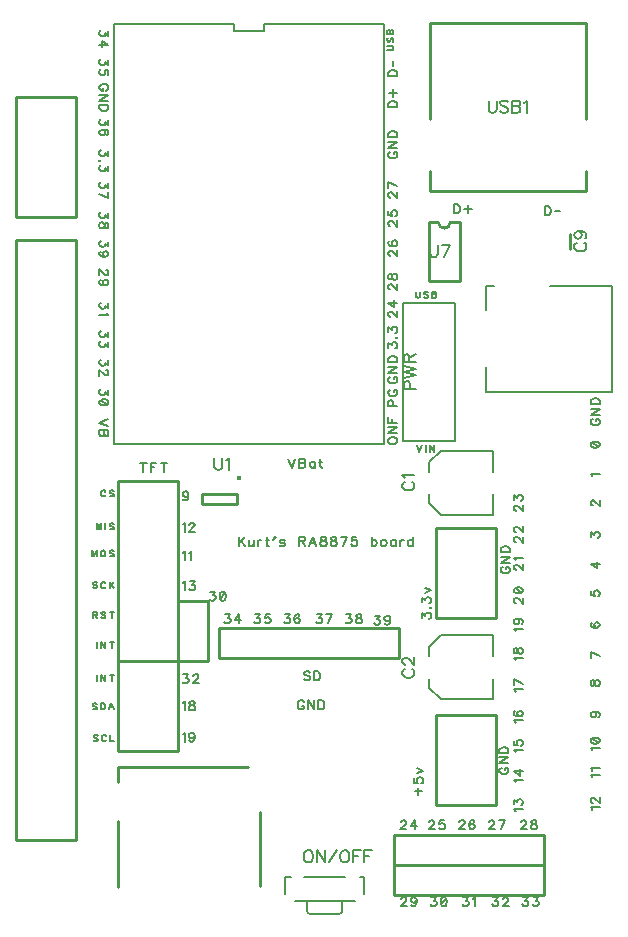
<source format=gto>
G04 DipTrace 3.3.1.3*
G04 T4RA8875TouchShieldcastellated.gto*
%MOIN*%
G04 #@! TF.FileFunction,Legend,Top*
G04 #@! TF.Part,Single*
%ADD10C,0.009843*%
%ADD16C,0.008*%
%ADD34C,0.005*%
%ADD35C,0.015401*%
%ADD18C,0.007*%
%ADD95C,0.006176*%
%FSLAX26Y26*%
G04*
G70*
G90*
G75*
G01*
G04 TopSilk*
%LPD*%
X2007460Y1954952D2*
D16*
Y1886207D1*
Y1811193D2*
Y1742448D1*
X1832450D1*
X1794940Y1779955D1*
Y1811193D1*
X2007460Y1954952D2*
X1832450D1*
X1794940Y1917445D1*
Y1886207D1*
X2007460Y1339952D2*
Y1271207D1*
Y1196193D2*
Y1127448D1*
X1832450D1*
X1794940Y1164955D1*
Y1196193D1*
X2007460Y1339952D2*
X1832450D1*
X1794940Y1302445D1*
Y1271207D1*
X2265060Y2679271D2*
D10*
Y2628129D1*
X1983699Y2505855D2*
D16*
Y2423167D1*
X2404973Y2505855D2*
X2196322D1*
X1983699D2*
X2011247D1*
X2404973Y2151535D2*
X1983699D1*
Y2234223D1*
X2404973Y2151535D2*
Y2505855D1*
X1093700Y1263700D2*
D10*
X1693700D1*
X1093700Y1363700D2*
X1693700D1*
X1093700Y1263700D2*
Y1363700D1*
X1693700Y1263700D2*
Y1363700D1*
X756695Y501714D2*
Y722864D1*
Y851337D2*
Y902334D1*
X1190600D1*
X1229270Y750324D2*
Y503185D1*
X2176472Y575928D2*
Y675928D1*
X1676472Y575928D2*
X2176472D1*
X1676472Y675928D2*
X2176472D1*
X1676472Y575928D2*
Y675928D1*
X2176472Y475928D2*
Y575928D1*
X1676472Y475928D2*
X2176472D1*
X1676472Y575928D2*
X2176472D1*
X1676472Y475928D2*
Y575928D1*
X758700Y1145400D2*
Y953700D1*
Y1253700D2*
Y953700D1*
X958700Y1253700D2*
Y953700D1*
X758700Y1253700D2*
X958700D1*
X758700Y953700D2*
X958700D1*
X758700Y1853700D2*
Y1253700D1*
X958700D1*
Y1853700D2*
Y1253700D1*
X758700Y1853700D2*
X958700D1*
X418700Y658850D2*
X618700D1*
X418700Y2658850D2*
X618700D1*
Y658850D1*
X418700Y2658850D2*
Y658850D1*
Y3134399D2*
Y2734399D1*
X618700Y3134399D2*
Y2734399D1*
X418700Y3134399D2*
X618700D1*
X418700Y2734399D2*
X618700D1*
X1058700Y1453700D2*
X958700D1*
X1058700Y1253700D2*
Y1453700D1*
Y1253700D2*
X958700D1*
Y1453700D1*
X1346199Y453698D2*
D34*
X1546201D1*
X1577435Y478703D2*
Y534945D1*
X1564935D1*
X1514934D2*
X1377466D1*
X1387188Y451699D2*
Y421696D1*
G03X1397201Y411700I10011J16D01*
G01*
X1495199D1*
G03X1505212Y421696I2J10012D01*
G01*
Y451699D1*
X1333699Y534945D2*
X1314965D1*
Y478703D1*
X2018700Y1507000D2*
D10*
Y1698700D1*
Y1398700D2*
Y1698700D1*
X1818700Y1398700D2*
Y1698700D1*
X2018700Y1398700D2*
X1818700D1*
X2018700Y1698700D2*
X1818700D1*
X2018700Y882000D2*
Y1073700D1*
Y773700D2*
Y1073700D1*
X1818700Y773700D2*
Y1073700D1*
X2018700Y773700D2*
X1818700D1*
X2018700Y1073700D2*
X1818700D1*
X1879330Y2447637D2*
D16*
X1708070D1*
Y1989763D1*
X1879330D1*
Y2447637D1*
D35*
X1160614Y1865325D3*
X1155351Y1811260D2*
D10*
X1037243D1*
X1155351Y1779769D2*
X1037243D1*
Y1811260D2*
Y1779769D1*
X1155351Y1811260D2*
Y1779769D1*
X1143673Y3353640D2*
D16*
X1243666D1*
Y3378700D1*
X1643730D1*
Y1978700D1*
X743699D1*
Y3378700D1*
X1143673D1*
Y3353640D1*
X1793811Y2717127D2*
D10*
Y2520273D1*
X1896187Y2717127D2*
Y2520273D1*
X1793811D2*
X1896187D1*
X1825305Y2717127D2*
X1793811D1*
X1864694D2*
X1896187D1*
X1825305D2*
G03X1864694Y2717127I19694J9D01*
G01*
X2315725Y2820275D2*
X1796085D1*
Y3380117D2*
Y3062015D1*
Y2888800D2*
Y2821059D1*
Y3380117D2*
X2315725D1*
Y3062015D1*
Y2888800D2*
Y2821059D1*
X1714672Y1852075D2*
D95*
X1710870Y1850174D1*
X1707023Y1846327D1*
X1705122Y1842524D1*
Y1834875D1*
X1707023Y1831028D1*
X1710870Y1827226D1*
X1714672Y1825280D1*
X1720420Y1823379D1*
X1730015D1*
X1735719Y1825280D1*
X1739566Y1827226D1*
X1743368Y1831028D1*
X1745314Y1834875D1*
Y1842524D1*
X1743368Y1846327D1*
X1739566Y1850174D1*
X1735719Y1852075D1*
X1712815Y1864426D2*
X1710870Y1868273D1*
X1705166Y1874021D1*
X1745314D1*
X1714672Y1228475D2*
X1710870Y1226574D1*
X1707023Y1222727D1*
X1705122Y1218924D1*
Y1211275D1*
X1707023Y1207428D1*
X1710870Y1203626D1*
X1714672Y1201680D1*
X1720420Y1199779D1*
X1730015D1*
X1735719Y1201680D1*
X1739566Y1203626D1*
X1743368Y1207428D1*
X1745314Y1211275D1*
Y1218924D1*
X1743368Y1222727D1*
X1739566Y1226574D1*
X1735719Y1228475D1*
X1714716Y1242772D2*
X1712815D1*
X1708968Y1244673D1*
X1707067Y1246574D1*
X1705166Y1250421D1*
Y1258070D1*
X1707067Y1261873D1*
X1708968Y1263774D1*
X1712815Y1265720D1*
X1716618D1*
X1720464Y1263774D1*
X1726168Y1259972D1*
X1745314Y1240826D1*
Y1267621D1*
X2288177Y2649426D2*
X2284375Y2647524D1*
X2280528Y2643678D1*
X2278627Y2639875D1*
Y2632226D1*
X2280528Y2628379D1*
X2284375Y2624577D1*
X2288177Y2622631D1*
X2293925Y2620730D1*
X2303520D1*
X2309224Y2622631D1*
X2313071Y2624577D1*
X2316873Y2628379D1*
X2318819Y2632226D1*
Y2639875D1*
X2316873Y2643678D1*
X2313071Y2647524D1*
X2309224Y2649426D1*
X2292024Y2686670D2*
X2297772Y2684725D1*
X2301619Y2680922D1*
X2303520Y2675174D1*
Y2673273D1*
X2301619Y2667525D1*
X2297772Y2663723D1*
X2292024Y2661777D1*
X2290123D1*
X2284375Y2663723D1*
X2280572Y2667525D1*
X2278671Y2673273D1*
Y2675174D1*
X2280572Y2680922D1*
X2284375Y2684725D1*
X2292024Y2686670D1*
X2301619D1*
X2311169Y2684725D1*
X2316917Y2680922D1*
X2318819Y2675174D1*
Y2671372D1*
X2316917Y2665624D1*
X2313071Y2663722D1*
X1388283Y623528D2*
X1384436Y621627D1*
X1380634Y617780D1*
X1378688Y613977D1*
X1376787Y608229D1*
Y598634D1*
X1378688Y592931D1*
X1380634Y589084D1*
X1384436Y585281D1*
X1388283Y583336D1*
X1395932D1*
X1399735Y585281D1*
X1403582Y589084D1*
X1405483Y592931D1*
X1407384Y598634D1*
Y608229D1*
X1405483Y613977D1*
X1403582Y617780D1*
X1399735Y621627D1*
X1395932Y623528D1*
X1388283D1*
X1446530D2*
Y583336D1*
X1419735Y623528D1*
Y583336D1*
X1458882D2*
X1485676Y623484D1*
X1509524Y623528D2*
X1505677Y621627D1*
X1501874Y617780D1*
X1499929Y613977D1*
X1498028Y608229D1*
Y598634D1*
X1499929Y592931D1*
X1501874Y589084D1*
X1505677Y585281D1*
X1509524Y583336D1*
X1517173D1*
X1520976Y585281D1*
X1524822Y589084D1*
X1526724Y592931D1*
X1528625Y598634D1*
Y608229D1*
X1526724Y613977D1*
X1524822Y617780D1*
X1520976Y621627D1*
X1517173Y623528D1*
X1509524D1*
X1565870D2*
X1540976D1*
Y583336D1*
Y604382D2*
X1556275D1*
X1603114Y623528D2*
X1578221D1*
Y583336D1*
Y604382D2*
X1593520D1*
X1730538Y2160409D2*
Y2177653D1*
X1728637Y2183357D1*
X1726692Y2185302D1*
X1722889Y2187203D1*
X1717141D1*
X1713338Y2185302D1*
X1711393Y2183357D1*
X1709492Y2177653D1*
Y2160409D1*
X1749684D1*
X1709492Y2199555D2*
X1749684Y2209149D1*
X1709492Y2218700D1*
X1749684Y2228251D1*
X1709492Y2237845D1*
X1728637Y2250197D2*
Y2267397D1*
X1726692Y2273145D1*
X1724790Y2275090D1*
X1720988Y2276991D1*
X1717141D1*
X1713338Y2275090D1*
X1711393Y2273145D1*
X1709492Y2267397D1*
Y2250197D1*
X1749684D1*
X1728637Y2263594D2*
X1749684Y2276991D1*
X1078408Y1931601D2*
Y1902905D1*
X1080310Y1897157D1*
X1084156Y1893355D1*
X1089904Y1891409D1*
X1093707D1*
X1099455Y1893355D1*
X1103302Y1897157D1*
X1105203Y1902905D1*
Y1931601D1*
X1117554Y1923908D2*
X1121401Y1925853D1*
X1127149Y1931557D1*
Y1891409D1*
X1797029Y2641206D2*
Y2612510D1*
X1798930Y2606762D1*
X1802777Y2602959D1*
X1808525Y2601014D1*
X1812327D1*
X1818075Y2602959D1*
X1821922Y2606762D1*
X1823824Y2612510D1*
Y2641206D1*
X1843824Y2601014D2*
X1862970Y2641162D1*
X1836175D1*
X1992388Y3122702D2*
Y3094006D1*
X1994290Y3088258D1*
X1998136Y3084455D1*
X2003884Y3082510D1*
X2007687D1*
X2013435Y3084455D1*
X2017282Y3088258D1*
X2019183Y3094006D1*
Y3122702D1*
X2058329Y3116954D2*
X2054526Y3120801D1*
X2048778Y3122702D1*
X2041129D1*
X2035381Y3120801D1*
X2031534Y3116954D1*
Y3113151D1*
X2033480Y3109304D1*
X2035381Y3107403D1*
X2039184Y3105502D1*
X2050680Y3101655D1*
X2054526Y3099754D1*
X2056428Y3097808D1*
X2058329Y3094006D1*
Y3088258D1*
X2054526Y3084455D1*
X2048778Y3082510D1*
X2041129D1*
X2035381Y3084455D1*
X2031534Y3088258D1*
X2070680Y3122702D2*
Y3082510D1*
X2087924D1*
X2093672Y3084455D1*
X2095574Y3086357D1*
X2097475Y3090159D1*
Y3095907D1*
X2095574Y3099754D1*
X2093672Y3101655D1*
X2087924Y3103556D1*
X2093672Y3105502D1*
X2095574Y3107403D1*
X2097475Y3111206D1*
Y3115053D1*
X2095574Y3118855D1*
X2093672Y3120801D1*
X2087924Y3122702D1*
X2070680D1*
Y3103556D2*
X2087924D1*
X2109826Y3115008D2*
X2113673Y3116954D1*
X2119421Y3122658D1*
Y3082510D1*
X1159907Y1668271D2*
D18*
Y1638127D1*
X1180003Y1668271D2*
X1159907Y1648175D1*
X1167070Y1655371D2*
X1180003Y1638127D1*
X1194003Y1658223D2*
Y1643864D1*
X1195429Y1639586D1*
X1198314Y1638127D1*
X1202625D1*
X1205477Y1639586D1*
X1209788Y1643864D1*
Y1658223D2*
Y1638127D1*
X1223788Y1658223D2*
Y1638127D1*
Y1649601D2*
X1225247Y1653912D1*
X1228099Y1656797D1*
X1230984Y1658223D1*
X1235295D1*
X1253606Y1668271D2*
Y1643864D1*
X1255032Y1639586D1*
X1257917Y1638127D1*
X1260769D1*
X1249295Y1658223D2*
X1259343D1*
X1281965Y1668238D2*
X1274769Y1659616D1*
X1283391Y1666812D1*
X1281965Y1668238D1*
X1313176Y1653912D2*
X1311750Y1656797D1*
X1307439Y1658223D1*
X1303128D1*
X1298817Y1656797D1*
X1297391Y1653912D1*
X1298817Y1651060D1*
X1301702Y1649601D1*
X1308865Y1648175D1*
X1311750Y1646749D1*
X1313176Y1643864D1*
Y1642438D1*
X1311750Y1639586D1*
X1307439Y1638127D1*
X1303128D1*
X1298817Y1639586D1*
X1297391Y1642438D1*
X1361073Y1653912D2*
X1373973D1*
X1378284Y1655371D1*
X1379744Y1656797D1*
X1381169Y1659649D1*
Y1662534D1*
X1379744Y1665386D1*
X1378284Y1666845D1*
X1373973Y1668271D1*
X1361073D1*
Y1638127D1*
X1371121Y1653912D2*
X1381169Y1638127D1*
X1418151D2*
X1406643Y1668271D1*
X1395169Y1638127D1*
X1399480Y1648175D2*
X1413840D1*
X1439313Y1668238D2*
X1435036Y1666812D1*
X1433576Y1663960D1*
Y1661075D1*
X1435036Y1658223D1*
X1437888Y1656764D1*
X1443624Y1655338D1*
X1447936Y1653912D1*
X1450787Y1651027D1*
X1452213Y1648175D1*
Y1643864D1*
X1450787Y1641012D1*
X1449361Y1639553D1*
X1445050Y1638127D1*
X1439313D1*
X1435036Y1639553D1*
X1433576Y1641012D1*
X1432151Y1643864D1*
Y1648175D1*
X1433576Y1651027D1*
X1436462Y1653912D1*
X1440739Y1655338D1*
X1446476Y1656764D1*
X1449361Y1658223D1*
X1450787Y1661075D1*
Y1663960D1*
X1449361Y1666812D1*
X1445050Y1668238D1*
X1439313D1*
X1473376D2*
X1469098Y1666812D1*
X1467639Y1663960D1*
Y1661075D1*
X1469098Y1658223D1*
X1471950Y1656764D1*
X1477687Y1655338D1*
X1481998Y1653912D1*
X1484850Y1651027D1*
X1486276Y1648175D1*
Y1643864D1*
X1484850Y1641012D1*
X1483424Y1639553D1*
X1479113Y1638127D1*
X1473376D1*
X1469098Y1639553D1*
X1467639Y1641012D1*
X1466213Y1643864D1*
Y1648175D1*
X1467639Y1651027D1*
X1470524Y1653912D1*
X1474802Y1655338D1*
X1480539Y1656764D1*
X1483424Y1658223D1*
X1484850Y1661075D1*
Y1663960D1*
X1483424Y1666812D1*
X1479113Y1668238D1*
X1473376D1*
X1506013Y1638127D2*
X1520372Y1668238D1*
X1500276D1*
X1551583D2*
X1537257D1*
X1535831Y1655338D1*
X1537257Y1656764D1*
X1541568Y1658223D1*
X1545846D1*
X1550157Y1656764D1*
X1553042Y1653912D1*
X1554468Y1649601D1*
Y1646749D1*
X1553042Y1642438D1*
X1550157Y1639553D1*
X1545846Y1638127D1*
X1541568D1*
X1537257Y1639553D1*
X1535831Y1641012D1*
X1534372Y1643864D1*
X1602365Y1668271D2*
Y1638127D1*
Y1653912D2*
X1605250Y1656797D1*
X1608102Y1658223D1*
X1612413D1*
X1615265Y1656797D1*
X1618150Y1653912D1*
X1619576Y1649601D1*
Y1646749D1*
X1618150Y1642438D1*
X1615265Y1639586D1*
X1612413Y1638127D1*
X1608102D1*
X1605250Y1639586D1*
X1602365Y1642438D1*
X1640739Y1658223D2*
X1637887Y1656797D1*
X1635002Y1653912D1*
X1633576Y1649601D1*
Y1646749D1*
X1635002Y1642438D1*
X1637887Y1639586D1*
X1640739Y1638127D1*
X1645050D1*
X1647935Y1639586D1*
X1650787Y1642438D1*
X1652246Y1646749D1*
Y1649601D1*
X1650787Y1653912D1*
X1647935Y1656797D1*
X1645050Y1658223D1*
X1640739D1*
X1683457D2*
Y1638127D1*
Y1653912D2*
X1680605Y1656797D1*
X1677720Y1658223D1*
X1673442D1*
X1670557Y1656797D1*
X1667705Y1653912D1*
X1666246Y1649601D1*
Y1646749D1*
X1667705Y1642438D1*
X1670557Y1639586D1*
X1673442Y1638127D1*
X1677720D1*
X1680605Y1639586D1*
X1683457Y1642438D1*
X1697457Y1658223D2*
Y1638127D1*
Y1649601D2*
X1698916Y1653912D1*
X1701768Y1656797D1*
X1704653Y1658223D1*
X1708964D1*
X1740175Y1668271D2*
Y1638127D1*
Y1653912D2*
X1737323Y1656797D1*
X1734438Y1658223D1*
X1730127D1*
X1727275Y1656797D1*
X1724390Y1653912D1*
X1722964Y1649601D1*
Y1646749D1*
X1724390Y1642438D1*
X1727275Y1639586D1*
X1730127Y1638127D1*
X1734438D1*
X1737323Y1639586D1*
X1740175Y1642438D1*
X1745700Y819796D2*
X1771533D1*
X1758633Y806896D2*
Y832729D1*
X1743561Y863939D2*
Y849614D1*
X1756461Y848188D1*
X1755035Y849614D1*
X1753576Y853925D1*
Y858203D1*
X1755035Y862514D1*
X1757887Y865399D1*
X1762198Y866825D1*
X1765050D1*
X1769361Y865399D1*
X1772246Y862514D1*
X1773672Y858202D1*
Y853925D1*
X1772246Y849614D1*
X1770787Y848188D1*
X1767935Y846729D1*
X1753576Y880825D2*
X1773672Y889447D1*
X1753576Y898035D1*
X2039959Y1568481D2*
X2037107Y1567055D1*
X2034222Y1564170D1*
X2032796Y1561318D1*
Y1555581D1*
X2034222Y1552696D1*
X2037107Y1549844D1*
X2039958Y1548385D1*
X2044270Y1546959D1*
X2051466D1*
X2055743Y1548385D1*
X2058629Y1549844D1*
X2061480Y1552696D1*
X2062940Y1555581D1*
Y1561318D1*
X2061480Y1564170D1*
X2058629Y1567055D1*
X2055744Y1568481D1*
X2051466D1*
Y1561318D1*
X2032796Y1602577D2*
X2062940Y1602576D1*
X2032796Y1582481D1*
X2062940Y1582480D1*
X2032796Y1616577D2*
X2062940Y1616576D1*
Y1626624D1*
X2061480Y1630936D1*
X2058629Y1633821D1*
X2055743Y1635247D1*
X2051466Y1636672D1*
X2044270Y1636673D1*
X2039959Y1635247D1*
X2037107Y1633821D1*
X2034222Y1630936D1*
X2032796Y1626625D1*
Y1616577D1*
X2035745Y899162D2*
X2032893Y897736D1*
X2030008Y894851D1*
X2028582Y891999D1*
Y886262D1*
X2030008Y883377D1*
X2032893Y880525D1*
X2035745Y879066D1*
X2040056Y877640D1*
X2047252D1*
X2051530Y879066D1*
X2054415Y880525D1*
X2057267Y883377D1*
X2058726Y886262D1*
Y891999D1*
X2057267Y894851D1*
X2054415Y897736D1*
X2051530Y899162D1*
X2047252D1*
Y891999D1*
X2028582Y933258D2*
X2058726D1*
X2028582Y913162D1*
X2058726D1*
X2028582Y947258D2*
X2058726D1*
Y957306D1*
X2057267Y961617D1*
X2054415Y964502D1*
X2051530Y965928D1*
X2047252Y967354D1*
X2040056D1*
X2035745Y965928D1*
X2032893Y964502D1*
X2030008Y961617D1*
X2028582Y957306D1*
Y947258D1*
X1770414Y1399123D2*
Y1414875D1*
X1781888Y1406286D1*
Y1410597D1*
X1783314Y1413449D1*
X1784740Y1414875D1*
X1789051Y1416334D1*
X1791903D1*
X1796214Y1414875D1*
X1799099Y1412023D1*
X1800525Y1407712D1*
Y1403401D1*
X1799099Y1399123D1*
X1797640Y1397697D1*
X1794788Y1396238D1*
X1797640Y1431760D2*
X1799099Y1430334D1*
X1800525Y1431760D1*
X1799099Y1433219D1*
X1797640Y1431760D1*
X1770414Y1450104D2*
Y1465856D1*
X1781888Y1457267D1*
Y1461578D1*
X1783314Y1464430D1*
X1784740Y1465856D1*
X1789051Y1467315D1*
X1791903D1*
X1796214Y1465856D1*
X1799099Y1463004D1*
X1800525Y1458693D1*
Y1454382D1*
X1799099Y1450104D1*
X1797640Y1448678D1*
X1794788Y1447219D1*
X1780429Y1481315D2*
X1800525Y1489937D1*
X1780429Y1498526D1*
X2362921Y1578539D2*
X2332810D1*
X2352873Y1564180D1*
Y1585702D1*
X2332810Y1487559D2*
Y1473233D1*
X2345710Y1471808D1*
X2344284Y1473233D1*
X2342825Y1477545D1*
Y1481822D1*
X2344284Y1486133D1*
X2347136Y1489018D1*
X2351447Y1490444D1*
X2354299D1*
X2358610Y1489018D1*
X2361495Y1486133D1*
X2362921Y1481822D1*
Y1477544D1*
X2361495Y1473233D1*
X2360036Y1471808D1*
X2357184Y1470348D1*
X2337088Y1382688D2*
X2334236Y1381262D1*
X2332810Y1376951D1*
Y1374099D1*
X2334236Y1369788D1*
X2338547Y1366903D1*
X2345710Y1365477D1*
X2352873D1*
X2358610Y1366903D1*
X2361495Y1369788D1*
X2362921Y1374099D1*
Y1375525D1*
X2361495Y1379803D1*
X2358610Y1382688D1*
X2354299Y1384114D1*
X2352873D1*
X2348562Y1382688D1*
X2345710Y1379803D1*
X2344284Y1375525D1*
Y1374099D1*
X2345710Y1369788D1*
X2348562Y1366903D1*
X2352873Y1365477D1*
X2362921Y1271131D2*
X2332810Y1285490D1*
Y1265394D1*
Y1178758D2*
X2334236Y1174480D1*
X2337088Y1173021D1*
X2339973D1*
X2342825Y1174480D1*
X2344284Y1177332D1*
X2345710Y1183069D1*
X2347136Y1187380D1*
X2350021Y1190232D1*
X2352873Y1191658D1*
X2357184D1*
X2360036Y1190232D1*
X2361495Y1188806D1*
X2362921Y1184495D1*
Y1178758D1*
X2361495Y1174480D1*
X2360036Y1173021D1*
X2357184Y1171595D1*
X2352873D1*
X2350021Y1173021D1*
X2347136Y1175906D1*
X2345710Y1180184D1*
X2344284Y1185921D1*
X2342825Y1188806D1*
X2339973Y1190232D1*
X2337088D1*
X2334236Y1188806D1*
X2332810Y1184495D1*
Y1178758D1*
X2342825Y1085360D2*
X2347136Y1083901D1*
X2350021Y1081049D1*
X2351447Y1076738D1*
Y1075312D1*
X2350021Y1071001D1*
X2347136Y1068149D1*
X2342825Y1066690D1*
X2341399D1*
X2337088Y1068149D1*
X2334236Y1071001D1*
X2332810Y1075312D1*
Y1076738D1*
X2334236Y1081049D1*
X2337088Y1083901D1*
X2342825Y1085360D1*
X2350021D1*
X2357184Y1083900D1*
X2361495Y1081049D1*
X2362921Y1076738D1*
Y1073886D1*
X2361495Y1069575D1*
X2358610Y1068149D1*
X2338547Y957910D2*
X2337088Y960795D1*
X2332810Y965106D1*
X2362921D1*
X2332810Y987728D2*
X2334236Y983417D1*
X2338547Y980532D1*
X2345710Y979106D1*
X2350021D1*
X2357184Y980532D1*
X2361495Y983417D1*
X2362921Y987728D1*
Y990580D1*
X2361495Y994891D1*
X2357184Y997743D1*
X2350021Y999202D1*
X2345710D1*
X2338547Y997743D1*
X2334236Y994891D1*
X2332810Y990580D1*
Y987728D1*
X2338547Y997743D2*
X2357184Y980532D1*
X2338547Y868280D2*
X2337088Y871165D1*
X2332810Y875476D1*
X2362921D1*
X2338547Y889476D2*
X2337088Y892361D1*
X2332810Y896672D1*
X2362921D1*
X2338547Y759501D2*
X2337088Y762386D1*
X2332810Y766697D1*
X2362921D1*
X2339973Y782156D2*
X2338547D1*
X2335662Y783582D1*
X2334236Y785008D1*
X2332810Y787893D1*
Y793630D1*
X2334236Y796482D1*
X2335662Y797908D1*
X2338547Y799367D1*
X2341399D1*
X2344284Y797908D1*
X2348562Y795056D1*
X2362921Y780697D1*
Y800793D1*
X2082311Y753251D2*
X2080852Y756136D1*
X2076574Y760447D1*
X2106685D1*
X2076574Y777332D2*
Y793084D1*
X2088048Y784495D1*
Y788806D1*
X2089474Y791658D1*
X2090900Y793084D1*
X2095211Y794543D1*
X2098063D1*
X2102374Y793084D1*
X2105259Y790232D1*
X2106685Y785921D1*
Y781610D1*
X2105259Y777332D1*
X2103800Y775906D1*
X2100948Y774447D1*
X2082311Y851549D2*
X2080852Y854434D1*
X2076574Y858745D1*
X2106685D1*
Y887104D2*
X2076574D1*
X2096637Y872745D1*
Y894267D1*
X1699948Y716568D2*
Y717994D1*
X1701374Y720879D1*
X1702800Y722305D1*
X1705685Y723731D1*
X1711422D1*
X1714274Y722305D1*
X1715700Y720879D1*
X1717159Y717994D1*
Y715143D1*
X1715700Y712257D1*
X1712848Y707980D1*
X1698489Y693621D1*
X1718585D1*
X1746944D2*
Y723731D1*
X1732585Y703669D1*
X1754107D1*
X1794401Y716568D2*
Y717994D1*
X1795827Y720879D1*
X1797252Y722305D1*
X1800138Y723731D1*
X1805875D1*
X1808726Y722305D1*
X1810152Y720879D1*
X1811612Y717994D1*
Y715143D1*
X1810152Y712257D1*
X1807300Y707980D1*
X1792941Y693621D1*
X1813037D1*
X1844248Y723731D2*
X1829923D1*
X1828497Y710831D1*
X1829923Y712257D1*
X1834234Y713717D1*
X1838511D1*
X1842822Y712257D1*
X1845708Y709406D1*
X1847133Y705095D1*
Y702243D1*
X1845708Y697932D1*
X1842822Y695047D1*
X1838511Y693621D1*
X1834234D1*
X1829923Y695047D1*
X1828497Y696506D1*
X1827037Y699358D1*
X1895120Y716568D2*
Y717994D1*
X1896546Y720879D1*
X1897972Y722305D1*
X1900857Y723731D1*
X1906594D1*
X1909446Y722305D1*
X1910872Y720879D1*
X1912331Y717994D1*
Y715143D1*
X1910872Y712257D1*
X1908020Y707980D1*
X1893661Y693621D1*
X1913757D1*
X1944968Y719454D2*
X1943542Y722305D1*
X1939231Y723731D1*
X1936379D1*
X1932068Y722305D1*
X1929183Y717994D1*
X1927757Y710831D1*
Y703669D1*
X1929183Y697932D1*
X1932068Y695047D1*
X1936379Y693621D1*
X1937805D1*
X1942082Y695047D1*
X1944968Y697932D1*
X1946394Y702243D1*
Y703669D1*
X1944968Y707980D1*
X1942082Y710831D1*
X1937805Y712257D1*
X1936379D1*
X1932068Y710831D1*
X1929183Y707980D1*
X1927757Y703669D1*
X1994380Y716568D2*
Y717994D1*
X1995806Y720879D1*
X1997231Y722305D1*
X2000117Y723731D1*
X2005854D1*
X2008705Y722305D1*
X2010131Y720879D1*
X2011591Y717994D1*
Y715143D1*
X2010131Y712257D1*
X2007279Y707980D1*
X1992920Y693621D1*
X2013016D1*
X2032753D2*
X2047112Y723731D1*
X2027016D1*
X1908514Y467495D2*
X1924266D1*
X1915677Y456021D1*
X1919988D1*
X1922840Y454595D1*
X1924266Y453169D1*
X1925725Y448858D1*
Y446006D1*
X1924266Y441695D1*
X1921414Y438810D1*
X1917103Y437384D1*
X1912792D1*
X1908514Y438810D1*
X1907088Y440269D1*
X1905629Y443121D1*
X1939725Y461758D2*
X1942610Y463217D1*
X1946921Y467495D1*
Y437384D1*
X2008304Y467495D2*
X2024056D1*
X2015467Y456021D1*
X2019778D1*
X2022630Y454595D1*
X2024056Y453169D1*
X2025515Y448858D1*
Y446006D1*
X2024056Y441695D1*
X2021204Y438810D1*
X2016893Y437384D1*
X2012582D1*
X2008304Y438810D1*
X2006878Y440269D1*
X2005419Y443121D1*
X2040974Y460332D2*
Y461758D1*
X2042400Y464643D1*
X2043826Y466069D1*
X2046711Y467495D1*
X2052448D1*
X2055300Y466069D1*
X2056726Y464643D1*
X2058185Y461758D1*
Y458906D1*
X2056726Y456021D1*
X2053874Y451743D1*
X2039515Y437384D1*
X2059611D1*
X2082311Y951272D2*
X2080852Y954157D1*
X2076574Y958468D1*
X2106685D1*
X2076574Y989679D2*
Y975353D1*
X2089474Y973927D1*
X2088048Y975353D1*
X2086589Y979664D1*
Y983942D1*
X2088048Y988253D1*
X2090900Y991138D1*
X2095211Y992564D1*
X2098063D1*
X2102374Y991138D1*
X2105259Y988253D1*
X2106685Y983942D1*
Y979664D1*
X2105259Y975353D1*
X2103800Y973927D1*
X2100948Y972468D1*
X2082311Y1049570D2*
X2080852Y1052455D1*
X2076574Y1056766D1*
X2106685D1*
X2080852Y1087977D2*
X2078000Y1086551D1*
X2076574Y1082240D1*
Y1079388D1*
X2078000Y1075077D1*
X2082311Y1072192D1*
X2089474Y1070766D1*
X2096637D1*
X2102374Y1072192D1*
X2105259Y1075077D1*
X2106685Y1079388D1*
Y1080814D1*
X2105259Y1085092D1*
X2102374Y1087977D1*
X2098063Y1089403D1*
X2096637D1*
X2092326Y1087977D1*
X2089474Y1085092D1*
X2088048Y1080814D1*
Y1079388D1*
X2089474Y1075077D1*
X2092326Y1072192D1*
X2096637Y1070766D1*
X2082311Y1152658D2*
X2080852Y1155543D1*
X2076574Y1159854D1*
X2106685D1*
Y1179591D2*
X2076574Y1193950D1*
Y1173854D1*
X2082311Y1257205D2*
X2080852Y1260090D1*
X2076574Y1264401D1*
X2106685D1*
X2076574Y1285564D2*
X2078000Y1281287D1*
X2080852Y1279827D1*
X2083737D1*
X2086589Y1281286D1*
X2088048Y1284138D1*
X2089474Y1289875D1*
X2090900Y1294186D1*
X2093785Y1297038D1*
X2096637Y1298464D1*
X2100948D1*
X2103800Y1297038D1*
X2105259Y1295612D1*
X2106685Y1291301D1*
Y1285564D1*
X2105259Y1281286D1*
X2103800Y1279827D1*
X2100948Y1278401D1*
X2096637D1*
X2093785Y1279827D1*
X2090900Y1282712D1*
X2089474Y1286990D1*
X2088048Y1292727D1*
X2086589Y1295612D1*
X2083737Y1297038D1*
X2080852D1*
X2078000Y1295612D1*
X2076574Y1291301D1*
Y1285564D1*
X2082311Y1355469D2*
X2080852Y1358354D1*
X2076574Y1362665D1*
X2106685D1*
X2086589Y1395335D2*
X2090900Y1393876D1*
X2093785Y1391024D1*
X2095211Y1386713D1*
Y1385287D1*
X2093785Y1380976D1*
X2090900Y1378124D1*
X2086589Y1376665D1*
X2085163D1*
X2080852Y1378124D1*
X2078000Y1380976D1*
X2076574Y1385287D1*
Y1386713D1*
X2078000Y1391024D1*
X2080852Y1393876D1*
X2086589Y1395335D1*
X2093785D1*
X2100948Y1393876D1*
X2105259Y1391024D1*
X2106685Y1386713D1*
Y1383861D1*
X2105259Y1379550D1*
X2102374Y1378124D1*
X2083737Y1447550D2*
X2082311D1*
X2079426Y1448976D1*
X2078000Y1450402D1*
X2076574Y1453287D1*
Y1459024D1*
X2078000Y1461876D1*
X2079426Y1463302D1*
X2082311Y1464761D1*
X2085163D1*
X2088048Y1463302D1*
X2092326Y1460450D1*
X2106685Y1446091D1*
Y1466187D1*
X2076574Y1488809D2*
X2078000Y1484498D1*
X2082311Y1481613D1*
X2089474Y1480187D1*
X2093785D1*
X2100948Y1481613D1*
X2105259Y1484498D1*
X2106685Y1488809D1*
Y1491661D1*
X2105259Y1495972D1*
X2100948Y1498824D1*
X2093785Y1500283D1*
X2089474D1*
X2082311Y1498824D1*
X2078000Y1495972D1*
X2076574Y1491661D1*
Y1488809D1*
X2082311Y1498824D2*
X2100948Y1481613D1*
X2083737Y1558747D2*
X2082311D1*
X2079426Y1560173D1*
X2078000Y1561599D1*
X2076574Y1564484D1*
Y1570221D1*
X2078000Y1573073D1*
X2079426Y1574499D1*
X2082311Y1575958D1*
X2085163D1*
X2088048Y1574499D1*
X2092326Y1571647D1*
X2106685Y1557288D1*
Y1577384D1*
X2082311Y1591384D2*
X2080852Y1594269D1*
X2076574Y1598580D1*
X2106685D1*
X2083737Y1650796D2*
X2082311D1*
X2079426Y1652222D1*
X2078000Y1653648D1*
X2076574Y1656533D1*
Y1662270D1*
X2078000Y1665122D1*
X2079426Y1666548D1*
X2082311Y1668007D1*
X2085163D1*
X2088048Y1666548D1*
X2092326Y1663696D1*
X2106685Y1649337D1*
Y1669433D1*
X2083737Y1684892D2*
X2082311D1*
X2079426Y1686318D1*
X2078000Y1687744D1*
X2076574Y1690629D1*
Y1696366D1*
X2078000Y1699218D1*
X2079426Y1700643D1*
X2082311Y1702103D1*
X2085163D1*
X2088048Y1700643D1*
X2092326Y1697792D1*
X2106685Y1683432D1*
Y1703528D1*
X1749968Y2486413D2*
Y2472065D1*
X1750918Y2469191D1*
X1752842Y2467290D1*
X1755716Y2466317D1*
X1757617D1*
X1760491Y2467290D1*
X1762414Y2469191D1*
X1763365Y2472065D1*
Y2486413D1*
X1790762Y2483539D2*
X1788861Y2485463D1*
X1785987Y2486413D1*
X1782162D1*
X1779288Y2485463D1*
X1777365Y2483539D1*
Y2481638D1*
X1778338Y2479715D1*
X1779288Y2478764D1*
X1781190Y2477813D1*
X1786938Y2475890D1*
X1788861Y2474939D1*
X1789812Y2473967D1*
X1790762Y2472065D1*
Y2469191D1*
X1788861Y2467290D1*
X1785987Y2466317D1*
X1782162D1*
X1779288Y2467290D1*
X1777365Y2469191D1*
X1804762Y2486413D2*
Y2466317D1*
X1813384D1*
X1816258Y2467290D1*
X1817209Y2468241D1*
X1818160Y2470142D1*
Y2473016D1*
X1817209Y2474939D1*
X1816258Y2475890D1*
X1813384Y2476841D1*
X1816258Y2477813D1*
X1817209Y2478764D1*
X1818160Y2480665D1*
Y2482589D1*
X1817209Y2484490D1*
X1816258Y2485463D1*
X1813384Y2486413D1*
X1804762D1*
Y2476841D2*
X1813384D1*
X2108294Y467495D2*
X2124046D1*
X2115457Y456021D1*
X2119768D1*
X2122620Y454595D1*
X2124046Y453169D1*
X2125505Y448858D1*
Y446006D1*
X2124046Y441695D1*
X2121194Y438810D1*
X2116883Y437384D1*
X2112572D1*
X2108294Y438810D1*
X2106868Y440269D1*
X2105409Y443121D1*
X2142390Y467495D2*
X2158142D1*
X2149553Y456021D1*
X2153864D1*
X2156716Y454595D1*
X2158142Y453169D1*
X2159601Y448858D1*
Y446006D1*
X2158142Y441695D1*
X2155290Y438810D1*
X2150979Y437384D1*
X2146668D1*
X2142390Y438810D1*
X2140964Y440269D1*
X2139505Y443121D1*
X2100635Y716568D2*
Y717994D1*
X2102061Y720879D1*
X2103487Y722305D1*
X2106372Y723731D1*
X2112109D1*
X2114961Y722305D1*
X2116387Y720879D1*
X2117846Y717994D1*
Y715143D1*
X2116387Y712257D1*
X2113535Y707980D1*
X2099176Y693621D1*
X2119272D1*
X2140435Y723731D2*
X2136157Y722305D1*
X2134698Y719454D1*
Y716568D1*
X2136157Y713717D1*
X2139009Y712257D1*
X2144746Y710831D1*
X2149057Y709406D1*
X2151909Y706520D1*
X2153335Y703669D1*
Y699358D1*
X2151909Y696506D1*
X2150483Y695047D1*
X2146172Y693621D1*
X2140435D1*
X2136157Y695047D1*
X2134698Y696506D1*
X2133272Y699358D1*
Y703669D1*
X2134698Y706520D1*
X2137583Y709406D1*
X2141861Y710831D1*
X2147598Y712257D1*
X2150483Y713717D1*
X2151909Y716568D1*
Y719454D1*
X2150483Y722305D1*
X2146172Y723731D1*
X2140435D1*
X1701373Y460332D2*
Y461758D1*
X1702799Y464643D1*
X1704225Y466069D1*
X1707110Y467495D1*
X1712847D1*
X1715699Y466069D1*
X1717125Y464643D1*
X1718584Y461758D1*
Y458906D1*
X1717125Y456021D1*
X1714273Y451743D1*
X1699914Y437384D1*
X1720010D1*
X1752680Y457480D2*
X1751221Y453169D1*
X1748369Y450284D1*
X1744058Y448858D1*
X1742632D1*
X1738321Y450284D1*
X1735469Y453169D1*
X1734010Y457480D1*
Y458906D1*
X1735469Y463217D1*
X1738321Y466069D1*
X1742632Y467495D1*
X1744058D1*
X1748369Y466069D1*
X1751221Y463217D1*
X1752680Y457480D1*
Y450284D1*
X1751221Y443121D1*
X1748369Y438810D1*
X1744058Y437384D1*
X1741206D1*
X1736895Y438810D1*
X1735469Y441695D1*
X1802076Y467495D2*
X1817828D1*
X1809239Y456021D1*
X1813550D1*
X1816402Y454595D1*
X1817828Y453169D1*
X1819287Y448858D1*
Y446006D1*
X1817828Y441695D1*
X1814976Y438810D1*
X1810665Y437384D1*
X1806354D1*
X1802076Y438810D1*
X1800650Y440269D1*
X1799191Y443121D1*
X1841909Y467495D2*
X1837598Y466069D1*
X1834713Y461758D1*
X1833287Y454595D1*
Y450284D1*
X1834713Y443121D1*
X1837598Y438810D1*
X1841909Y437384D1*
X1844761D1*
X1849072Y438810D1*
X1851924Y443121D1*
X1853383Y450284D1*
Y454595D1*
X1851924Y461758D1*
X1849072Y466069D1*
X1844761Y467495D1*
X1841909D1*
X1851924Y461758D2*
X1834713Y443121D1*
X2083737Y1755743D2*
X2082311D1*
X2079426Y1757169D1*
X2078000Y1758595D1*
X2076574Y1761480D1*
Y1767217D1*
X2078000Y1770069D1*
X2079426Y1771495D1*
X2082311Y1772954D1*
X2085163D1*
X2088048Y1771495D1*
X2092326Y1768643D1*
X2106685Y1754284D1*
Y1774380D1*
X2076574Y1791265D2*
Y1807017D1*
X2088048Y1798428D1*
Y1802739D1*
X2089474Y1805591D1*
X2090900Y1807017D1*
X2095211Y1808476D1*
X2098063D1*
X2102374Y1807017D1*
X2105259Y1804165D1*
X2106685Y1799854D1*
Y1795543D1*
X2105259Y1791265D1*
X2103800Y1789839D1*
X2100948Y1788380D1*
X1754242Y1973152D2*
X1761891Y1953056D1*
X1769541Y1973152D1*
X1783541D2*
Y1953056D1*
X1810938Y1973152D2*
Y1953056D1*
X1797541Y1973152D1*
Y1953056D1*
X2332810Y1668573D2*
Y1684325D1*
X2344284Y1675736D1*
Y1680047D1*
X2345710Y1682899D1*
X2347136Y1684325D1*
X2351447Y1685784D1*
X2354299D1*
X2358610Y1684325D1*
X2361495Y1681473D1*
X2362921Y1677162D1*
Y1672851D1*
X2361495Y1668573D1*
X2360036Y1667147D1*
X2357184Y1665688D1*
X2339973Y1773478D2*
X2338547D1*
X2335662Y1774904D1*
X2334236Y1776330D1*
X2332810Y1779215D1*
Y1784952D1*
X2334236Y1787804D1*
X2335662Y1789230D1*
X2338547Y1790689D1*
X2341399D1*
X2344284Y1789230D1*
X2348562Y1786378D1*
X2362921Y1772019D1*
Y1792115D1*
X2338547Y1872100D2*
X2337088Y1874985D1*
X2332810Y1879296D1*
X2362921D1*
X2332810Y1974154D2*
X2334236Y1969843D1*
X2338547Y1966958D1*
X2345710Y1965532D1*
X2350021D1*
X2357184Y1966958D1*
X2361495Y1969843D1*
X2362921Y1974154D1*
Y1977006D1*
X2361495Y1981317D1*
X2357184Y1984169D1*
X2350021Y1985628D1*
X2345710D1*
X2338547Y1984169D1*
X2334236Y1981317D1*
X2332810Y1977006D1*
Y1974154D1*
X2338547Y1984169D2*
X2357184Y1966958D1*
X2339940Y2062138D2*
X2337088Y2060712D1*
X2334203Y2057827D1*
X2332777Y2054975D1*
Y2049238D1*
X2334203Y2046353D1*
X2337088Y2043501D1*
X2339940Y2042042D1*
X2344251Y2040616D1*
X2351447D1*
X2355725Y2042042D1*
X2358610Y2043501D1*
X2361462Y2046353D1*
X2362921Y2049238D1*
Y2054975D1*
X2361462Y2057827D1*
X2358610Y2060712D1*
X2355725Y2062138D1*
X2351447D1*
Y2054975D1*
X2332777Y2096234D2*
X2362921D1*
X2332777Y2076138D1*
X2362921D1*
X2332777Y2110234D2*
X2362921D1*
Y2120282D1*
X2361462Y2124593D1*
X2358610Y2127478D1*
X2355725Y2128904D1*
X2351447Y2130330D1*
X2344251D1*
X2339940Y2128904D1*
X2337088Y2127478D1*
X2334203Y2124593D1*
X2332777Y2120282D1*
Y2110234D1*
X1115081Y1410713D2*
X1130833D1*
X1122244Y1399239D1*
X1126555D1*
X1129407Y1397813D1*
X1130833Y1396387D1*
X1132292Y1392076D1*
Y1389224D1*
X1130833Y1384913D1*
X1127981Y1382028D1*
X1123670Y1380602D1*
X1119359D1*
X1115081Y1382028D1*
X1113655Y1383487D1*
X1112196Y1386339D1*
X1160651Y1380602D2*
Y1410713D1*
X1146292Y1390650D1*
X1167814D1*
X1214977Y1410713D2*
X1230729D1*
X1222140Y1399239D1*
X1226451D1*
X1229303Y1397813D1*
X1230729Y1396387D1*
X1232188Y1392076D1*
Y1389224D1*
X1230729Y1384913D1*
X1227877Y1382028D1*
X1223566Y1380602D1*
X1219255D1*
X1214977Y1382028D1*
X1213552Y1383487D1*
X1212092Y1386339D1*
X1263399Y1410713D2*
X1249073D1*
X1247648Y1397813D1*
X1249073Y1399239D1*
X1253384Y1400698D1*
X1257662D1*
X1261973Y1399239D1*
X1264858Y1396387D1*
X1266284Y1392076D1*
Y1389224D1*
X1264858Y1384913D1*
X1261973Y1382028D1*
X1257662Y1380602D1*
X1253384D1*
X1249073Y1382028D1*
X1247648Y1383487D1*
X1246188Y1386339D1*
X1313770Y1410713D2*
X1329522D1*
X1320933Y1399239D1*
X1325244D1*
X1328096Y1397813D1*
X1329522Y1396387D1*
X1330981Y1392076D1*
Y1389224D1*
X1329522Y1384913D1*
X1326670Y1382028D1*
X1322359Y1380602D1*
X1318048D1*
X1313770Y1382028D1*
X1312344Y1383487D1*
X1310885Y1386339D1*
X1362192Y1406435D2*
X1360766Y1409287D1*
X1356455Y1410713D1*
X1353603D1*
X1349292Y1409287D1*
X1346407Y1404976D1*
X1344981Y1397813D1*
Y1390650D1*
X1346407Y1384913D1*
X1349292Y1382028D1*
X1353603Y1380602D1*
X1355029D1*
X1359307Y1382028D1*
X1362192Y1384913D1*
X1363618Y1389224D1*
Y1390650D1*
X1362192Y1394961D1*
X1359307Y1397813D1*
X1355029Y1399239D1*
X1353603D1*
X1349292Y1397813D1*
X1346407Y1394961D1*
X1344981Y1390650D1*
X1419981Y1410713D2*
X1435733D1*
X1427144Y1399239D1*
X1431455D1*
X1434307Y1397813D1*
X1435733Y1396387D1*
X1437192Y1392076D1*
Y1389224D1*
X1435733Y1384913D1*
X1432881Y1382028D1*
X1428570Y1380602D1*
X1424259D1*
X1419981Y1382028D1*
X1418555Y1383487D1*
X1417096Y1386339D1*
X1456929Y1380602D2*
X1471288Y1410713D1*
X1451192D1*
X1518680D2*
X1534431D1*
X1525842Y1399239D1*
X1530154D1*
X1533005Y1397813D1*
X1534431Y1396387D1*
X1535890Y1392076D1*
Y1389224D1*
X1534431Y1384913D1*
X1531579Y1382028D1*
X1527268Y1380602D1*
X1522957D1*
X1518680Y1382028D1*
X1517254Y1383487D1*
X1515794Y1386339D1*
X1557053Y1410713D2*
X1552776Y1409287D1*
X1551316Y1406435D1*
Y1403550D1*
X1552776Y1400698D1*
X1555627Y1399239D1*
X1561364Y1397813D1*
X1565675Y1396387D1*
X1568527Y1393502D1*
X1569953Y1390650D1*
Y1386339D1*
X1568527Y1383487D1*
X1567101Y1382028D1*
X1562790Y1380602D1*
X1557053D1*
X1552776Y1382028D1*
X1551316Y1383487D1*
X1549890Y1386339D1*
Y1390650D1*
X1551316Y1393502D1*
X1554202Y1396387D1*
X1558479Y1397813D1*
X1564216Y1399239D1*
X1567101Y1400698D1*
X1568527Y1403550D1*
Y1406435D1*
X1567101Y1409287D1*
X1562790Y1410713D1*
X1557053D1*
X1614029Y1405713D2*
X1629780D1*
X1621192Y1394239D1*
X1625503D1*
X1628355Y1392813D1*
X1629780Y1391387D1*
X1631240Y1387076D1*
Y1384224D1*
X1629780Y1379913D1*
X1626929Y1377028D1*
X1622618Y1375602D1*
X1618307D1*
X1614029Y1377028D1*
X1612603Y1378487D1*
X1611144Y1381339D1*
X1663910Y1395698D2*
X1662451Y1391387D1*
X1659599Y1388502D1*
X1655288Y1387076D1*
X1653862D1*
X1649551Y1388502D1*
X1646699Y1391387D1*
X1645240Y1395698D1*
Y1397124D1*
X1646699Y1401435D1*
X1649551Y1404287D1*
X1653862Y1405713D1*
X1655288D1*
X1659599Y1404287D1*
X1662451Y1401435D1*
X1663910Y1395698D1*
Y1388502D1*
X1662451Y1381339D1*
X1659599Y1377028D1*
X1655288Y1375602D1*
X1652436D1*
X1648125Y1377028D1*
X1646699Y1379913D1*
X1397229Y1216443D2*
X1394377Y1219328D1*
X1390066Y1220754D1*
X1384329D1*
X1380018Y1219328D1*
X1377133Y1216443D1*
Y1213591D1*
X1378592Y1210706D1*
X1380018Y1209280D1*
X1382870Y1207854D1*
X1391492Y1204969D1*
X1394377Y1203543D1*
X1395803Y1202084D1*
X1397229Y1199232D1*
Y1194921D1*
X1394377Y1192069D1*
X1390066Y1190610D1*
X1384329D1*
X1380018Y1192069D1*
X1377133Y1194921D1*
X1411229Y1220754D2*
Y1190610D1*
X1421277D1*
X1425588Y1192069D1*
X1428473Y1194921D1*
X1429899Y1197806D1*
X1431325Y1202084D1*
Y1209280D1*
X1429899Y1213591D1*
X1428473Y1216443D1*
X1425588Y1219328D1*
X1421277Y1220754D1*
X1411229D1*
X2179948Y2770615D2*
Y2740471D1*
X2189996D1*
X2194307Y2741930D1*
X2197192Y2744782D1*
X2198618Y2747667D1*
X2200044Y2751945D1*
Y2759141D1*
X2198618Y2763452D1*
X2197192Y2766304D1*
X2194307Y2769189D1*
X2189996Y2770615D1*
X2179948D1*
X2214044Y2755526D2*
X2230625D1*
X1877460Y2777115D2*
Y2746971D1*
X1887508D1*
X1891819Y2748430D1*
X1894704Y2751282D1*
X1896130Y2754167D1*
X1897556Y2758445D1*
Y2765641D1*
X1896130Y2769952D1*
X1894704Y2772804D1*
X1891819Y2775689D1*
X1887508Y2777115D1*
X1877460D1*
X1924456Y2774943D2*
Y2749110D1*
X1911556Y2762010D2*
X1937389D1*
X842181Y1915754D2*
Y1885610D1*
X832133Y1915754D2*
X852229D1*
X884899D2*
X866229D1*
Y1885610D1*
Y1901395D2*
X877703D1*
X908947Y1915754D2*
Y1885610D1*
X898899Y1915754D2*
X918995D1*
X715430Y1818599D2*
X714479Y1820500D1*
X712556Y1822423D1*
X710655Y1823374D1*
X706830D1*
X704907Y1822423D1*
X703005Y1820500D1*
X702033Y1818599D1*
X701082Y1815725D1*
Y1810927D1*
X702033Y1808075D1*
X703005Y1806152D1*
X704907Y1804251D1*
X706830Y1803278D1*
X710655D1*
X712556Y1804251D1*
X714479Y1806152D1*
X715430Y1808075D1*
X742827Y1820500D2*
X740926Y1822423D1*
X738052Y1823374D1*
X734227D1*
X731353Y1822423D1*
X729430Y1820500D1*
Y1818599D1*
X730403Y1816675D1*
X731353Y1815725D1*
X733255Y1814774D1*
X739003Y1812851D1*
X740926Y1811900D1*
X741877Y1810927D1*
X742827Y1809026D1*
Y1806152D1*
X740926Y1804251D1*
X738052Y1803278D1*
X734227D1*
X731353Y1804251D1*
X729430Y1806152D1*
X686131Y1603278D2*
Y1623374D1*
X678482Y1603278D1*
X670833Y1623374D1*
Y1603278D1*
X705879Y1623374D2*
X703956Y1622423D1*
X702055Y1620500D1*
X701082Y1618599D1*
X700131Y1615725D1*
Y1610927D1*
X701082Y1608075D1*
X702055Y1606152D1*
X703956Y1604251D1*
X705879Y1603278D1*
X709704D1*
X711605Y1604251D1*
X713528Y1606152D1*
X714479Y1608075D1*
X715430Y1610927D1*
Y1615725D1*
X714479Y1618599D1*
X713528Y1620500D1*
X711605Y1622423D1*
X709704Y1623374D1*
X705879D1*
X742827Y1620500D2*
X740926Y1622423D1*
X738052Y1623374D1*
X734227D1*
X731353Y1622423D1*
X729430Y1620500D1*
Y1618599D1*
X730403Y1616675D1*
X731353Y1615725D1*
X733254Y1614774D1*
X739002Y1612851D1*
X740926Y1611900D1*
X741876Y1610927D1*
X742827Y1609026D1*
Y1606152D1*
X740926Y1604251D1*
X738052Y1603278D1*
X734227D1*
X731353Y1604251D1*
X729430Y1606152D1*
X701430Y1693278D2*
Y1713374D1*
X693781Y1693278D1*
X686132Y1713374D1*
Y1693278D1*
X715430Y1713374D2*
Y1693278D1*
X742828Y1710500D2*
X740926Y1712423D1*
X738052Y1713374D1*
X734228D1*
X731354Y1712423D1*
X729430Y1710500D1*
Y1708599D1*
X730403Y1706675D1*
X731354Y1705725D1*
X733255Y1704774D1*
X739003Y1702851D1*
X740926Y1701900D1*
X741877Y1700927D1*
X742828Y1699026D1*
Y1696152D1*
X740926Y1694251D1*
X738052Y1693278D1*
X734228D1*
X731354Y1694251D1*
X729430Y1696152D1*
X687082Y1515500D2*
X685180Y1517423D1*
X682306Y1518374D1*
X678482D1*
X675608Y1517423D1*
X673684Y1515500D1*
Y1513599D1*
X674657Y1511675D1*
X675608Y1510725D1*
X677509Y1509774D1*
X683257Y1507851D1*
X685180Y1506900D1*
X686131Y1505927D1*
X687082Y1504026D1*
Y1501152D1*
X685180Y1499251D1*
X682306Y1498278D1*
X678482D1*
X675608Y1499251D1*
X673684Y1501152D1*
X715430Y1513599D2*
X714479Y1515500D1*
X712556Y1517423D1*
X710654Y1518374D1*
X706830D1*
X704906Y1517423D1*
X703005Y1515500D1*
X702032Y1513599D1*
X701082Y1510725D1*
Y1505927D1*
X702032Y1503075D1*
X703005Y1501152D1*
X704906Y1499251D1*
X706830Y1498278D1*
X710654D1*
X712556Y1499251D1*
X714479Y1501152D1*
X715430Y1503075D1*
X729430Y1518374D2*
Y1498278D1*
X742827Y1518374D2*
X729430Y1504976D1*
X734205Y1509774D2*
X742827Y1498278D1*
X991052Y1810706D2*
X989593Y1806395D1*
X986741Y1803510D1*
X982430Y1802084D1*
X981004D1*
X976693Y1803510D1*
X973842Y1806395D1*
X972382Y1810706D1*
Y1812132D1*
X973842Y1816443D1*
X976693Y1819295D1*
X981004Y1820721D1*
X982430D1*
X986741Y1819295D1*
X989593Y1816443D1*
X991052Y1810706D1*
Y1803510D1*
X989593Y1796347D1*
X986741Y1792036D1*
X982430Y1790610D1*
X979579D1*
X975267Y1792036D1*
X973842Y1794921D1*
X972382Y1614984D2*
X975267Y1616443D1*
X979579Y1620721D1*
Y1590610D1*
X993579Y1614984D2*
X996464Y1616443D1*
X1000775Y1620721D1*
Y1590610D1*
X972382Y1709984D2*
X975267Y1711443D1*
X979579Y1715721D1*
Y1685610D1*
X995038Y1708558D2*
Y1709984D1*
X996464Y1712869D1*
X997890Y1714295D1*
X1000775Y1715721D1*
X1006512D1*
X1009363Y1714295D1*
X1010789Y1712869D1*
X1012249Y1709984D1*
Y1707132D1*
X1010789Y1704247D1*
X1007938Y1699969D1*
X993579Y1685610D1*
X1013675D1*
X972382Y1514984D2*
X975267Y1516443D1*
X979579Y1520721D1*
Y1490610D1*
X996464Y1520721D2*
X1012215D1*
X1003627Y1509247D1*
X1007938D1*
X1010789Y1507821D1*
X1012215Y1506395D1*
X1013675Y1502084D1*
Y1499232D1*
X1012215Y1494921D1*
X1009363Y1492036D1*
X1005052Y1490610D1*
X1000741D1*
X996464Y1492036D1*
X995038Y1493495D1*
X993579Y1496347D1*
X975267Y1210721D2*
X991019D1*
X982430Y1199247D1*
X986741D1*
X989593Y1197821D1*
X991019Y1196395D1*
X992478Y1192084D1*
Y1189232D1*
X991019Y1184921D1*
X988167Y1182036D1*
X983856Y1180610D1*
X979545D1*
X975267Y1182036D1*
X973842Y1183495D1*
X972382Y1186347D1*
X1007938Y1203558D2*
Y1204984D1*
X1009363Y1207869D1*
X1010789Y1209295D1*
X1013675Y1210721D1*
X1019411D1*
X1022263Y1209295D1*
X1023689Y1207869D1*
X1025148Y1204984D1*
Y1202132D1*
X1023689Y1199247D1*
X1020837Y1194969D1*
X1006478Y1180610D1*
X1026574D1*
X1065267Y1485721D2*
X1081019D1*
X1072430Y1474247D1*
X1076741D1*
X1079593Y1472821D1*
X1081019Y1471395D1*
X1082478Y1467084D1*
Y1464232D1*
X1081019Y1459921D1*
X1078167Y1457036D1*
X1073856Y1455610D1*
X1069545D1*
X1065267Y1457036D1*
X1063842Y1458495D1*
X1062382Y1461347D1*
X1105100Y1485721D2*
X1100789Y1484295D1*
X1097904Y1479984D1*
X1096478Y1472821D1*
Y1468510D1*
X1097904Y1461347D1*
X1100789Y1457036D1*
X1105100Y1455610D1*
X1107952D1*
X1112263Y1457036D1*
X1115115Y1461347D1*
X1116574Y1468510D1*
Y1472821D1*
X1115115Y1479984D1*
X1112263Y1484295D1*
X1107952Y1485721D1*
X1105100D1*
X1115115Y1479984D2*
X1097904Y1461347D1*
X688032Y1318374D2*
Y1298278D1*
X715429Y1318374D2*
Y1298278D1*
X702032Y1318374D1*
Y1298278D1*
X736128Y1318374D2*
Y1298278D1*
X729429Y1318374D2*
X742827D1*
X674636Y1408801D2*
X683236D1*
X686110Y1409774D1*
X687082Y1410725D1*
X688033Y1412626D1*
Y1414549D1*
X687082Y1416450D1*
X686110Y1417423D1*
X683236Y1418374D1*
X674636D1*
Y1398278D1*
X681334Y1408801D2*
X688033Y1398278D1*
X715430Y1415500D2*
X713529Y1417423D1*
X710655Y1418374D1*
X706830D1*
X703956Y1417423D1*
X702033Y1415500D1*
Y1413599D1*
X703006Y1411675D1*
X703956Y1410725D1*
X705858Y1409774D1*
X711606Y1407851D1*
X713529Y1406900D1*
X714480Y1405927D1*
X715430Y1404026D1*
Y1401152D1*
X713529Y1399251D1*
X710655Y1398278D1*
X706830D1*
X703956Y1399251D1*
X702033Y1401152D1*
X736129Y1418374D2*
Y1398278D1*
X729430Y1418374D2*
X742828D1*
X725267Y3353790D2*
Y3338038D1*
X713793Y3346627D1*
Y3342316D1*
X712367Y3339464D1*
X710941Y3338038D1*
X706630Y3336579D1*
X703778D1*
X699467Y3338038D1*
X696582Y3340890D1*
X695156Y3345201D1*
Y3349512D1*
X696582Y3353790D1*
X698041Y3355216D1*
X700893Y3356675D1*
X695156Y3308220D2*
X725267D1*
X705204Y3322579D1*
Y3301057D1*
X725267Y3258077D2*
Y3242325D1*
X713793Y3250914D1*
Y3246603D1*
X712367Y3243751D1*
X710941Y3242325D1*
X706630Y3240866D1*
X703778D1*
X699467Y3242326D1*
X696582Y3245177D1*
X695156Y3249488D1*
Y3253799D1*
X696582Y3258077D1*
X698041Y3259503D1*
X700893Y3260962D1*
X725267Y3209655D2*
Y3223981D1*
X712367Y3225407D1*
X713793Y3223981D1*
X715252Y3219670D1*
Y3215392D1*
X713793Y3211081D1*
X710941Y3208196D1*
X706630Y3206770D1*
X703778D1*
X699467Y3208196D1*
X696582Y3211081D1*
X695156Y3215393D1*
Y3219670D1*
X696582Y3223981D1*
X698041Y3225407D1*
X700893Y3226866D1*
X725267Y3057348D2*
Y3041596D1*
X713793Y3050185D1*
Y3045874D1*
X712367Y3043022D1*
X710941Y3041596D1*
X706630Y3040137D1*
X703778D1*
X699467Y3041596D1*
X696582Y3044448D1*
X695156Y3048759D1*
Y3053070D1*
X696582Y3057348D1*
X698041Y3058774D1*
X700893Y3060233D1*
X720989Y3008926D2*
X723841Y3010352D1*
X725267Y3014663D1*
Y3017515D1*
X723841Y3021826D1*
X719530Y3024711D1*
X712367Y3026137D1*
X705204D1*
X699467Y3024711D1*
X696582Y3021826D1*
X695156Y3017515D1*
Y3016089D1*
X696582Y3011811D1*
X699467Y3008926D1*
X703778Y3007500D1*
X705204D1*
X709515Y3008926D1*
X712367Y3011811D1*
X713793Y3016089D1*
Y3017515D1*
X712367Y3021826D1*
X709515Y3024711D1*
X705204Y3026137D1*
X725267Y2848077D2*
Y2832325D1*
X713793Y2840914D1*
Y2836603D1*
X712367Y2833751D1*
X710941Y2832325D1*
X706630Y2830866D1*
X703778D1*
X699467Y2832326D1*
X696582Y2835177D1*
X695156Y2839488D1*
Y2843799D1*
X696582Y2848077D1*
X698041Y2849503D1*
X700893Y2850962D1*
X695156Y2811129D2*
X725267Y2796770D1*
Y2816866D1*
Y2748060D2*
Y2732308D1*
X713793Y2740897D1*
Y2736586D1*
X712367Y2733734D1*
X710941Y2732308D1*
X706630Y2730849D1*
X703778D1*
X699467Y2732308D1*
X696582Y2735160D1*
X695156Y2739471D1*
Y2743782D1*
X696582Y2748060D1*
X698041Y2749486D1*
X700893Y2750945D1*
X725267Y2709686D2*
X723841Y2713964D1*
X720989Y2715423D1*
X718104D1*
X715252Y2713964D1*
X713793Y2711112D1*
X712367Y2705375D1*
X710941Y2701064D1*
X708056Y2698212D1*
X705204Y2696787D1*
X700893D1*
X698041Y2698213D1*
X696582Y2699638D1*
X695156Y2703949D1*
Y2709686D1*
X696582Y2713964D1*
X698041Y2715423D1*
X700893Y2716849D1*
X705204D1*
X708056Y2715423D1*
X710941Y2712538D1*
X712367Y2708260D1*
X713793Y2702524D1*
X715252Y2699638D1*
X718104Y2698212D1*
X720989D1*
X723841Y2699638D1*
X725267Y2703949D1*
Y2709686D1*
Y2652365D2*
Y2636613D1*
X713793Y2645202D1*
Y2640891D1*
X712367Y2638039D1*
X710941Y2636613D1*
X706630Y2635154D1*
X703778D1*
X699467Y2636613D1*
X696582Y2639465D1*
X695156Y2643776D1*
Y2648087D1*
X696582Y2652365D1*
X698041Y2653791D1*
X700893Y2655250D1*
X715252Y2602484D2*
X710941Y2603943D1*
X708056Y2606795D1*
X706630Y2611106D1*
Y2612532D1*
X708056Y2616843D1*
X710941Y2619695D1*
X715252Y2621154D1*
X716678D1*
X720989Y2619695D1*
X723841Y2616843D1*
X725267Y2612532D1*
Y2611106D1*
X723841Y2606795D1*
X720989Y2603943D1*
X715252Y2602484D1*
X708056D1*
X700893Y2603943D1*
X696582Y2606795D1*
X695156Y2611106D1*
Y2613958D1*
X696582Y2618269D1*
X699467Y2619695D1*
X1664973Y2402524D2*
X1663547D1*
X1660662Y2403950D1*
X1659236Y2405376D1*
X1657810Y2408261D1*
Y2413998D1*
X1659236Y2416850D1*
X1660662Y2418276D1*
X1663547Y2419735D1*
X1666399D1*
X1669284Y2418276D1*
X1673562Y2415424D1*
X1687921Y2401065D1*
Y2421161D1*
Y2449520D2*
X1657810D1*
X1677873Y2435161D1*
Y2456683D1*
X1664973Y2704498D2*
X1663547D1*
X1660662Y2705924D1*
X1659236Y2707350D1*
X1657810Y2710235D1*
Y2715972D1*
X1659236Y2718824D1*
X1660662Y2720250D1*
X1663547Y2721709D1*
X1666399D1*
X1669284Y2720250D1*
X1673562Y2717398D1*
X1687921Y2703039D1*
Y2723135D1*
X1657810Y2754346D2*
Y2740020D1*
X1670710Y2738594D1*
X1669284Y2740020D1*
X1667825Y2744331D1*
Y2748609D1*
X1669284Y2752920D1*
X1672136Y2755805D1*
X1676447Y2757231D1*
X1679299D1*
X1683610Y2755805D1*
X1686495Y2752920D1*
X1687921Y2748609D1*
Y2744331D1*
X1686495Y2740020D1*
X1685036Y2738594D1*
X1682184Y2737135D1*
X1664973Y2605238D2*
X1663547D1*
X1660662Y2606664D1*
X1659236Y2608090D1*
X1657810Y2610975D1*
Y2616712D1*
X1659236Y2619564D1*
X1660662Y2620990D1*
X1663547Y2622449D1*
X1666399D1*
X1669284Y2620990D1*
X1673562Y2618138D1*
X1687921Y2603779D1*
Y2623875D1*
X1662088Y2655086D2*
X1659236Y2653660D1*
X1657810Y2649349D1*
Y2646497D1*
X1659236Y2642186D1*
X1663547Y2639301D1*
X1670710Y2637875D1*
X1677873D1*
X1683610Y2639301D1*
X1686495Y2642186D1*
X1687921Y2646497D1*
Y2647923D1*
X1686495Y2652201D1*
X1683610Y2655086D1*
X1679299Y2656512D1*
X1677873D1*
X1673562Y2655086D1*
X1670710Y2652201D1*
X1669284Y2647923D1*
Y2646497D1*
X1670710Y2642186D1*
X1673562Y2639301D1*
X1677873Y2637875D1*
X1664973Y2799519D2*
X1663547D1*
X1660662Y2800945D1*
X1659236Y2802371D1*
X1657810Y2805256D1*
Y2810993D1*
X1659236Y2813845D1*
X1660662Y2815271D1*
X1663547Y2816730D1*
X1666399D1*
X1669284Y2815271D1*
X1673562Y2812419D1*
X1687921Y2798060D1*
Y2818156D1*
Y2837893D2*
X1657810Y2852252D1*
Y2832156D1*
X725267Y2446657D2*
Y2430906D1*
X713793Y2439494D1*
Y2435183D1*
X712367Y2432331D1*
X710941Y2430906D1*
X706630Y2429446D1*
X703778D1*
X699467Y2430906D1*
X696582Y2433757D1*
X695156Y2438068D1*
Y2442379D1*
X696582Y2446657D1*
X698041Y2448083D1*
X700893Y2449542D1*
X719530Y2415446D2*
X720989Y2412561D1*
X725267Y2408250D1*
X695156D1*
X725267Y2256867D2*
Y2241115D1*
X713793Y2249704D1*
Y2245393D1*
X712367Y2242541D1*
X710941Y2241116D1*
X706630Y2239656D1*
X703778D1*
X699467Y2241116D1*
X696582Y2243967D1*
X695156Y2248278D1*
Y2252589D1*
X696582Y2256867D1*
X698041Y2258293D1*
X700893Y2259752D1*
X718104Y2224197D2*
X719530D1*
X722415Y2222771D1*
X723841Y2221345D1*
X725267Y2218460D1*
Y2212723D1*
X723841Y2209871D1*
X722415Y2208446D1*
X719530Y2206986D1*
X716678D1*
X713793Y2208446D1*
X709515Y2211297D1*
X695156Y2225656D1*
Y2205560D1*
X725267Y2351878D2*
Y2336126D1*
X713793Y2344715D1*
Y2340404D1*
X712367Y2337552D1*
X710941Y2336126D1*
X706630Y2334667D1*
X703778D1*
X699467Y2336126D1*
X696582Y2338978D1*
X695156Y2343289D1*
Y2347600D1*
X696582Y2351878D1*
X698041Y2353304D1*
X700893Y2354763D1*
X725267Y2317782D2*
Y2302030D1*
X713793Y2310619D1*
Y2306308D1*
X712367Y2303456D1*
X710941Y2302030D1*
X706630Y2300571D1*
X703778D1*
X699467Y2302030D1*
X696582Y2304882D1*
X695156Y2309193D1*
Y2313504D1*
X696582Y2317782D1*
X698041Y2319208D1*
X700893Y2320667D1*
X1664973Y2493296D2*
X1663547D1*
X1660662Y2494722D1*
X1659236Y2496148D1*
X1657810Y2499033D1*
Y2504770D1*
X1659236Y2507622D1*
X1660662Y2509048D1*
X1663547Y2510507D1*
X1666399D1*
X1669284Y2509048D1*
X1673562Y2506196D1*
X1687921Y2491837D1*
Y2511933D1*
X1657810Y2533095D2*
X1659236Y2528818D1*
X1662088Y2527359D1*
X1664973D1*
X1667825Y2528818D1*
X1669284Y2531670D1*
X1670710Y2537406D1*
X1672136Y2541717D1*
X1675021Y2544569D1*
X1677873Y2545995D1*
X1682184D1*
X1685036Y2544569D1*
X1686495Y2543143D1*
X1687921Y2538832D1*
Y2533095D1*
X1686495Y2528818D1*
X1685036Y2527358D1*
X1682184Y2525933D1*
X1677873D1*
X1675021Y2527358D1*
X1672136Y2530244D1*
X1670710Y2534521D1*
X1669284Y2540258D1*
X1667825Y2543143D1*
X1664973Y2544569D1*
X1662088D1*
X1659236Y2543143D1*
X1657810Y2538832D1*
Y2533095D1*
X718104Y2558798D2*
X719530D1*
X722415Y2557373D1*
X723841Y2555947D1*
X725267Y2553062D1*
Y2547325D1*
X723841Y2544473D1*
X722415Y2543047D1*
X719530Y2541588D1*
X716678D1*
X713793Y2543047D1*
X709515Y2545899D1*
X695156Y2560258D1*
Y2540162D1*
X715252Y2507492D2*
X710941Y2508951D1*
X708056Y2511803D1*
X706630Y2516114D1*
Y2517540D1*
X708056Y2521851D1*
X710941Y2524703D1*
X715252Y2526162D1*
X716678D1*
X720989Y2524703D1*
X723841Y2521851D1*
X725267Y2517540D1*
Y2516114D1*
X723841Y2511803D1*
X720989Y2508951D1*
X715252Y2507492D1*
X708056D1*
X700893Y2508951D1*
X696582Y2511803D1*
X695156Y2516114D1*
Y2518966D1*
X696582Y2523277D1*
X699467Y2524703D1*
X725267Y2158096D2*
Y2142344D1*
X713793Y2150933D1*
Y2146622D1*
X712367Y2143770D1*
X710941Y2142344D1*
X706630Y2140885D1*
X703778D1*
X699467Y2142344D1*
X696582Y2145196D1*
X695156Y2149507D1*
Y2153818D1*
X696582Y2158096D1*
X698041Y2159522D1*
X700893Y2160981D1*
X725267Y2118263D2*
X723841Y2122574D1*
X719530Y2125459D1*
X712367Y2126885D1*
X708056D1*
X700893Y2125459D1*
X696582Y2122574D1*
X695156Y2118263D1*
Y2115411D1*
X696582Y2111100D1*
X700893Y2108248D1*
X708056Y2106789D1*
X712367D1*
X719530Y2108248D1*
X723841Y2111100D1*
X725267Y2115411D1*
Y2118263D1*
X719530Y2108248D2*
X700893Y2125459D1*
X1664940Y2202138D2*
X1662088Y2200712D1*
X1659203Y2197827D1*
X1657777Y2194975D1*
Y2189238D1*
X1659203Y2186353D1*
X1662088Y2183501D1*
X1664940Y2182042D1*
X1669251Y2180616D1*
X1676447D1*
X1680725Y2182042D1*
X1683610Y2183501D1*
X1686462Y2186353D1*
X1687921Y2189238D1*
Y2194975D1*
X1686462Y2197827D1*
X1683610Y2200712D1*
X1680725Y2202138D1*
X1676447D1*
Y2194975D1*
X1657777Y2236234D2*
X1687921D1*
X1657777Y2216138D1*
X1687921D1*
X1657777Y2250234D2*
X1687921D1*
Y2260282D1*
X1686462Y2264593D1*
X1683610Y2267478D1*
X1680725Y2268904D1*
X1676447Y2270330D1*
X1669251D1*
X1664940Y2268904D1*
X1662088Y2267478D1*
X1659203Y2264593D1*
X1657777Y2260282D1*
Y2250234D1*
X1664940Y2952138D2*
X1662088Y2950712D1*
X1659203Y2947827D1*
X1657777Y2944975D1*
Y2939238D1*
X1659203Y2936353D1*
X1662088Y2933501D1*
X1664940Y2932042D1*
X1669251Y2930616D1*
X1676447D1*
X1680725Y2932042D1*
X1683610Y2933501D1*
X1686462Y2936353D1*
X1687921Y2939238D1*
Y2944975D1*
X1686462Y2947827D1*
X1683610Y2950712D1*
X1680725Y2952138D1*
X1676447D1*
Y2944975D1*
X1657777Y2986234D2*
X1687921D1*
X1657777Y2966138D1*
X1687921D1*
X1657777Y3000234D2*
X1687921D1*
Y3010282D1*
X1686462Y3014593D1*
X1683610Y3017478D1*
X1680725Y3018904D1*
X1676447Y3020330D1*
X1669251D1*
X1664940Y3018904D1*
X1662088Y3017478D1*
X1659203Y3014593D1*
X1657777Y3010282D1*
Y3000234D1*
Y3100271D2*
X1687921D1*
Y3110319D1*
X1686462Y3114630D1*
X1683610Y3117515D1*
X1680725Y3118941D1*
X1676447Y3120367D1*
X1669251D1*
X1664940Y3118941D1*
X1662088Y3117515D1*
X1659203Y3114630D1*
X1657777Y3110319D1*
Y3100271D1*
X1659949Y3147267D2*
X1685782D1*
X1672882Y3134367D2*
Y3160200D1*
X1657777Y3203397D2*
X1687921D1*
Y3213445D1*
X1686462Y3217756D1*
X1683610Y3220641D1*
X1680725Y3222067D1*
X1676447Y3223493D1*
X1669251D1*
X1664940Y3222067D1*
X1662088Y3220641D1*
X1659203Y3217756D1*
X1657777Y3213445D1*
Y3203397D1*
X1672866Y3237493D2*
Y3254074D1*
X1655157Y3291065D2*
X1669505D1*
X1672379Y3292016D1*
X1674281Y3293939D1*
X1675253Y3296813D1*
Y3298714D1*
X1674281Y3301588D1*
X1672379Y3303512D1*
X1669505Y3304462D1*
X1655157D1*
X1658031Y3331860D2*
X1656108Y3329958D1*
X1655157Y3327084D1*
Y3323260D1*
X1656108Y3320386D1*
X1658031Y3318462D1*
X1659933D1*
X1661856Y3319435D1*
X1662807Y3320386D1*
X1663757Y3322287D1*
X1665681Y3328035D1*
X1666631Y3329958D1*
X1667604Y3330909D1*
X1669505Y3331860D1*
X1672379D1*
X1674281Y3329958D1*
X1675253Y3327084D1*
Y3323260D1*
X1674281Y3320386D1*
X1672379Y3318462D1*
X1655157Y3345860D2*
X1675253D1*
Y3354482D1*
X1674281Y3357356D1*
X1673330Y3358306D1*
X1671429Y3359257D1*
X1668555D1*
X1666631Y3358306D1*
X1665681Y3357356D1*
X1664730Y3354482D1*
X1663757Y3357356D1*
X1662807Y3358306D1*
X1660905Y3359257D1*
X1658982D1*
X1657081Y3358306D1*
X1656108Y3357356D1*
X1655157Y3354482D1*
Y3345860D1*
X1664730D2*
Y3354482D1*
X1657810Y2299727D2*
Y2315479D1*
X1669284Y2306890D1*
Y2311201D1*
X1670710Y2314053D1*
X1672136Y2315479D1*
X1676447Y2316938D1*
X1679299D1*
X1683610Y2315479D1*
X1686495Y2312627D1*
X1687921Y2308316D1*
Y2304005D1*
X1686495Y2299727D1*
X1685036Y2298301D1*
X1682184Y2296842D1*
X1685036Y2332364D2*
X1686495Y2330938D1*
X1687921Y2332364D1*
X1686495Y2333823D1*
X1685036Y2332364D1*
X1657810Y2350708D2*
Y2366460D1*
X1669284Y2357871D1*
Y2362182D1*
X1670710Y2365034D1*
X1672136Y2366460D1*
X1676447Y2367919D1*
X1679299D1*
X1683610Y2366460D1*
X1686495Y2363608D1*
X1687921Y2359297D1*
Y2354986D1*
X1686495Y2350708D1*
X1685036Y2349282D1*
X1682184Y2347823D1*
X1657777Y1986095D2*
X1659203Y1983210D1*
X1662088Y1980358D1*
X1664940Y1978899D1*
X1669251Y1977473D1*
X1676447D1*
X1680725Y1978899D1*
X1683610Y1980358D1*
X1686462Y1983210D1*
X1687921Y1986095D1*
Y1991832D1*
X1686462Y1994684D1*
X1683610Y1997569D1*
X1680725Y1998995D1*
X1676447Y2000421D1*
X1669251D1*
X1664940Y1998995D1*
X1662088Y1997569D1*
X1659203Y1994684D1*
X1657777Y1991832D1*
Y1986095D1*
Y2034517D2*
X1687921D1*
X1657777Y2014421D1*
X1687921D1*
X1657777Y2067187D2*
Y2048517D1*
X1687921D1*
X1672136D2*
Y2059991D1*
X1673562Y2104090D2*
Y2117023D1*
X1672136Y2121301D1*
X1670677Y2122760D1*
X1667825Y2124186D1*
X1663514D1*
X1660662Y2122760D1*
X1659203Y2121301D1*
X1657777Y2117023D1*
Y2104090D1*
X1687921D1*
X1664940Y2159708D2*
X1662088Y2158282D1*
X1659203Y2155397D1*
X1657777Y2152545D1*
Y2146808D1*
X1659203Y2143923D1*
X1662088Y2141071D1*
X1664940Y2139612D1*
X1669251Y2138186D1*
X1676447D1*
X1680725Y2139612D1*
X1683610Y2141071D1*
X1686462Y2143923D1*
X1687921Y2146808D1*
Y2152545D1*
X1686462Y2155397D1*
X1683610Y2158282D1*
X1680725Y2159708D1*
X1676447D1*
Y2152545D1*
X725300Y2060981D2*
X695156Y2049507D1*
X725300Y2038033D1*
Y2024033D2*
X695156D1*
Y2011100D1*
X696615Y2006789D1*
X698041Y2005363D1*
X700893Y2003937D1*
X705204D1*
X708089Y2005363D1*
X709515Y2006789D1*
X710941Y2011100D1*
X712400Y2006789D1*
X713826Y2005363D1*
X716678Y2003937D1*
X719563D1*
X722415Y2005363D1*
X723874Y2006789D1*
X725300Y2011100D1*
Y2024033D1*
X710941D2*
Y2011100D1*
X718137Y3156397D2*
X720989Y3157823D1*
X723874Y3160708D1*
X725300Y3163560D1*
Y3169297D1*
X723874Y3172182D1*
X720989Y3175034D1*
X718137Y3176493D1*
X713826Y3177919D1*
X706630D1*
X702352Y3176493D1*
X699467Y3175034D1*
X696615Y3172182D1*
X695156Y3169297D1*
Y3163560D1*
X696615Y3160708D1*
X699467Y3157823D1*
X702352Y3156397D1*
X706630D1*
Y3163560D1*
X725300Y3122301D2*
X695156D1*
X725300Y3142397D1*
X695156D1*
X725300Y3108301D2*
X695156D1*
Y3098253D1*
X696615Y3093942D1*
X699467Y3091057D1*
X702352Y3089631D1*
X706630Y3088205D1*
X713826D1*
X718137Y3089631D1*
X720989Y3091057D1*
X723874Y3093942D1*
X725300Y3098253D1*
Y3108301D1*
X725267Y2955034D2*
Y2939282D1*
X713793Y2947871D1*
Y2943560D1*
X712367Y2940708D1*
X710941Y2939282D1*
X706630Y2937823D1*
X703778D1*
X699467Y2939282D1*
X696582Y2942134D1*
X695156Y2946445D1*
Y2950756D1*
X696582Y2955034D1*
X698041Y2956460D1*
X700893Y2957919D1*
X698041Y2922397D2*
X696582Y2923823D1*
X695156Y2922397D1*
X696582Y2920938D1*
X698041Y2922397D1*
X725267Y2904053D2*
Y2888301D1*
X713793Y2896890D1*
Y2892579D1*
X712367Y2889727D1*
X710941Y2888301D1*
X706630Y2886842D1*
X703778D1*
X699467Y2888301D1*
X696582Y2891153D1*
X695156Y2895464D1*
Y2899775D1*
X696582Y2904053D1*
X698041Y2905479D1*
X700893Y2906938D1*
X688032Y1208374D2*
Y1188278D1*
X715429Y1208374D2*
Y1188278D1*
X702032Y1208374D1*
Y1188278D1*
X736128Y1208374D2*
Y1188278D1*
X729429Y1208374D2*
X742827D1*
X686109Y1110500D2*
X684208Y1112423D1*
X681334Y1113374D1*
X677509D1*
X674635Y1112423D1*
X672712Y1110500D1*
Y1108599D1*
X673685Y1106675D1*
X674635Y1105725D1*
X676536Y1104774D1*
X682284Y1102851D1*
X684208Y1101900D1*
X685159Y1100927D1*
X686109Y1099026D1*
Y1096152D1*
X684208Y1094251D1*
X681334Y1093278D1*
X677509D1*
X674635Y1094251D1*
X672712Y1096152D1*
X700109Y1113374D2*
Y1093278D1*
X706808D1*
X709682Y1094251D1*
X711605Y1096152D1*
X712556Y1098075D1*
X713506Y1100927D1*
Y1105725D1*
X712556Y1108599D1*
X711605Y1110500D1*
X709682Y1112423D1*
X706808Y1113374D1*
X700109D1*
X742827Y1093278D2*
X735156Y1113374D1*
X727506Y1093278D1*
X730380Y1099976D2*
X739953D1*
X689004Y1005500D2*
X687103Y1007423D1*
X684229Y1008374D1*
X680404D1*
X677530Y1007423D1*
X675607Y1005500D1*
Y1003599D1*
X676580Y1001675D1*
X677530Y1000725D1*
X679431Y999774D1*
X685180Y997851D1*
X687103Y996900D1*
X688054Y995927D1*
X689004Y994026D1*
Y991152D1*
X687103Y989251D1*
X684229Y988278D1*
X680404D1*
X677530Y989251D1*
X675607Y991152D1*
X717352Y1003599D2*
X716401Y1005500D1*
X714478Y1007423D1*
X712577Y1008374D1*
X708752D1*
X706829Y1007423D1*
X704928Y1005500D1*
X703955Y1003599D1*
X703004Y1000725D1*
Y995927D1*
X703955Y993075D1*
X704928Y991152D1*
X706829Y989251D1*
X708752Y988278D1*
X712577D1*
X714478Y989251D1*
X716401Y991152D1*
X717352Y993075D1*
X731352Y1008374D2*
Y988278D1*
X742826D1*
X972382Y1114590D2*
X975267Y1116049D1*
X979579Y1120327D1*
Y1090216D1*
X1000741Y1120327D2*
X996464Y1118901D1*
X995004Y1116049D1*
Y1113164D1*
X996464Y1110312D1*
X999315Y1108853D1*
X1005052Y1107427D1*
X1009363Y1106001D1*
X1012215Y1103116D1*
X1013641Y1100264D1*
Y1095953D1*
X1012215Y1093101D1*
X1010789Y1091642D1*
X1006478Y1090216D1*
X1000741D1*
X996464Y1091642D1*
X995004Y1093101D1*
X993579Y1095953D1*
Y1100264D1*
X995004Y1103116D1*
X997890Y1106001D1*
X1002167Y1107427D1*
X1007904Y1108853D1*
X1010789Y1110312D1*
X1012215Y1113164D1*
Y1116049D1*
X1010789Y1118901D1*
X1006478Y1120327D1*
X1000741D1*
X972382Y1009984D2*
X975267Y1011443D1*
X979579Y1015721D1*
Y985610D1*
X1012249Y1005706D2*
X1010789Y1001395D1*
X1007938Y998510D1*
X1003627Y997084D1*
X1002201D1*
X997890Y998510D1*
X995038Y1001395D1*
X993579Y1005706D1*
Y1007132D1*
X995038Y1011443D1*
X997890Y1014295D1*
X1002201Y1015721D1*
X1003627D1*
X1007938Y1014295D1*
X1010789Y1011443D1*
X1012249Y1005706D1*
Y998510D1*
X1010789Y991347D1*
X1007938Y987036D1*
X1003627Y985610D1*
X1000775D1*
X996464Y987036D1*
X995038Y989921D1*
X1324899Y1929339D2*
X1336373Y1899195D1*
X1347847Y1929339D1*
X1361847D2*
Y1899195D1*
X1374780D1*
X1379091Y1900654D1*
X1380517Y1902080D1*
X1381943Y1904932D1*
Y1909243D1*
X1380517Y1912128D1*
X1379091Y1913554D1*
X1374780Y1914980D1*
X1379091Y1916439D1*
X1380517Y1917865D1*
X1381943Y1920717D1*
Y1923602D1*
X1380517Y1926454D1*
X1379091Y1927913D1*
X1374780Y1929339D1*
X1361847D1*
Y1914980D2*
X1374780D1*
X1413154Y1919291D2*
Y1899195D1*
Y1914980D2*
X1410302Y1917865D1*
X1407417Y1919291D1*
X1403139D1*
X1400254Y1917865D1*
X1397402Y1914980D1*
X1395943Y1910669D1*
Y1907817D1*
X1397402Y1903506D1*
X1400254Y1900654D1*
X1403139Y1899195D1*
X1407417D1*
X1410302Y1900654D1*
X1413154Y1903506D1*
X1431465Y1929339D2*
Y1904932D1*
X1432891Y1900654D1*
X1435776Y1899195D1*
X1438628D1*
X1427154Y1919291D2*
X1437202D1*
X1377126Y1117213D2*
X1375700Y1120065D1*
X1372815Y1122950D1*
X1369963Y1124376D1*
X1364226D1*
X1361341Y1122950D1*
X1358489Y1120065D1*
X1357030Y1117213D1*
X1355604Y1112902D1*
Y1105706D1*
X1357030Y1101428D1*
X1358489Y1098543D1*
X1361341Y1095691D1*
X1364226Y1094232D1*
X1369963D1*
X1372815Y1095691D1*
X1375700Y1098543D1*
X1377126Y1101428D1*
Y1105706D1*
X1369963D1*
X1411222Y1124376D2*
Y1094232D1*
X1391126Y1124376D1*
Y1094232D1*
X1425222Y1124376D2*
Y1094232D1*
X1435270D1*
X1439581Y1095691D1*
X1442466Y1098543D1*
X1443892Y1101428D1*
X1445318Y1105706D1*
Y1112902D1*
X1443892Y1117213D1*
X1442466Y1120065D1*
X1439581Y1122950D1*
X1435270Y1124376D1*
X1425222D1*
M02*

</source>
